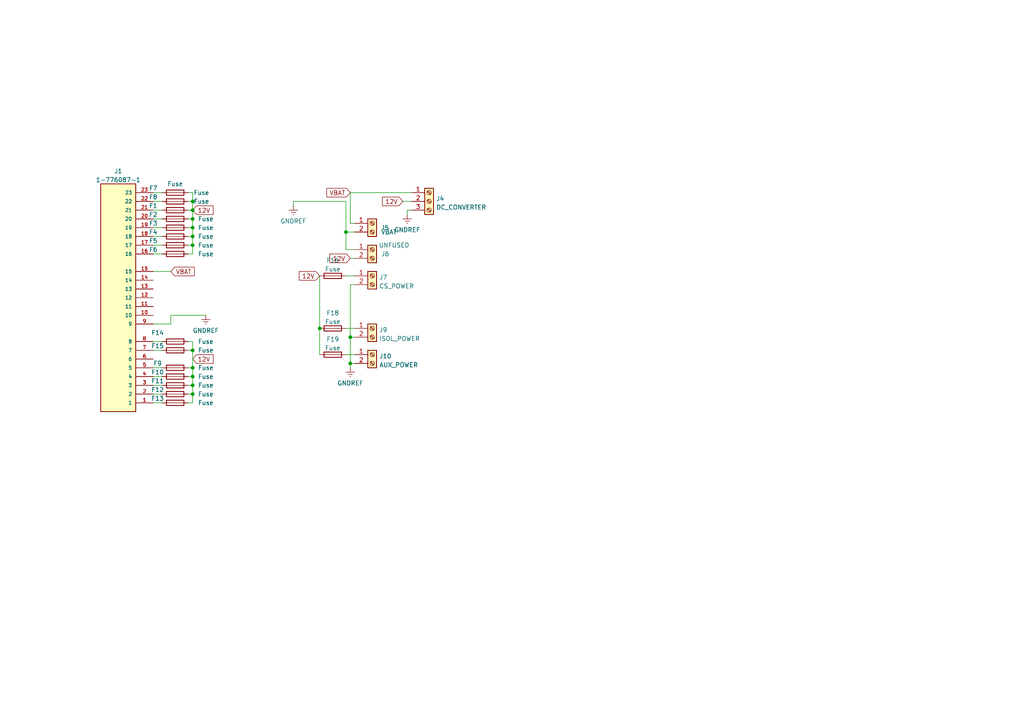
<source format=kicad_sch>
(kicad_sch (version 20211123) (generator eeschema)
  (paper "A4")
  (lib_symbols
    (symbol "1-776087-1:1-776087-1" (pin_names (offset 1.016))
      (property "Reference" "J" (at -5.08 33.7058 0))
      (property "Value" "1-776087-1" (at -5.08 -35.56 0))
      (symbol "1-776087-1_0_0"
        (rectangle (start -5.08 -33.02) (end 5.08 33.02) (stroke (width 0.254)) (fill (type background)))
        (pin passive line (at -10.16 30.48 0) (length 5.08) (name "1") (number "1"))
        (pin passive line (at -10.16 5.08 0) (length 5.08) (name "10") (number "10"))
        (pin passive line (at -10.16 2.54 0) (length 5.08) (name "11") (number "11"))
        (pin passive line (at -10.16 0 0) (length 5.08) (name "12") (number "12"))
        (pin passive line (at -10.16 -2.54 0) (length 5.08) (name "13") (number "13"))
        (pin passive line (at -10.16 -5.08 0) (length 5.08) (name "14") (number "14"))
        (pin passive line (at -10.16 -7.62 0) (length 5.08) (name "15") (number "15"))
        (pin passive line (at -10.16 -12.7 0) (length 5.08) (name "16") (number "16"))
        (pin passive line (at -10.16 -15.24 0) (length 5.08) (name "17") (number "17"))
        (pin passive line (at -10.16 -17.78 0) (length 5.08) (name "18") (number "18"))
        (pin passive line (at -10.16 -20.32 0) (length 5.08) (name "19") (number "19"))
        (pin passive line (at -10.16 27.94 0) (length 5.08) (name "2") (number "2"))
        (pin passive line (at -10.16 -22.86 0) (length 5.08) (name "20") (number "20"))
        (pin passive line (at -10.16 -25.4 0) (length 5.08) (name "21") (number "21"))
        (pin passive line (at -10.16 -27.94 0) (length 5.08) (name "22") (number "22"))
        (pin passive line (at -10.16 -30.48 0) (length 5.08) (name "23") (number "23"))
        (pin passive line (at -10.16 25.4 0) (length 5.08) (name "3") (number "3"))
        (pin passive line (at -10.16 22.86 0) (length 5.08) (name "4") (number "4"))
        (pin passive line (at -10.16 20.32 0) (length 5.08) (name "5") (number "5"))
        (pin passive line (at -10.16 17.78 0) (length 5.08) (name "6") (number "6"))
        (pin passive line (at -10.16 15.24 0) (length 5.08) (name "7") (number "7"))
        (pin passive line (at -10.16 12.7 0) (length 5.08) (name "8") (number "8"))
        (pin passive line (at -10.16 7.62 0) (length 5.08) (name "9") (number "9"))
      )
    )
    (symbol "Connector:Screw_Terminal_01x02" (pin_names (offset 1.016) hide)
      (property "Reference" "J" (at 0 2.54 0))
      (property "Value" "Screw_Terminal_01x02" (at 0 -5.08 0))
      (symbol "Screw_Terminal_01x02_1_1"
        (rectangle (start -1.27 1.27) (end 1.27 -3.81) (stroke (width 0.254)) (fill (type background)))
        (circle (center 0 -2.54) (radius 0.635) (stroke (width 0.1524)))
        (polyline (pts (xy -0.5334 -2.2098) (xy 0.3302 -3.048)) (stroke (width 0.1524)))
        (polyline (pts (xy -0.5334 0.3302) (xy 0.3302 -0.508)) (stroke (width 0.1524)))
        (polyline (pts (xy -0.3556 -2.032) (xy 0.508 -2.8702)) (stroke (width 0.1524)))
        (polyline (pts (xy -0.3556 0.508) (xy 0.508 -0.3302)) (stroke (width 0.1524)))
        (circle (center 0 0) (radius 0.635) (stroke (width 0.1524)))
        (pin passive line (at -5.08 0 0) (length 3.81) (name "Pin_1") (number "1"))
        (pin passive line (at -5.08 -2.54 0) (length 3.81) (name "Pin_2") (number "2"))
      )
    )
    (symbol "Connector:Screw_Terminal_01x03" (pin_names (offset 1.016) hide)
      (property "Reference" "J" (at 0 5.08 0))
      (property "Value" "Screw_Terminal_01x03" (at 0 -5.08 0))
      (symbol "Screw_Terminal_01x03_1_1"
        (rectangle (start -1.27 3.81) (end 1.27 -3.81) (stroke (width 0.254)) (fill (type background)))
        (circle (center 0 -2.54) (radius 0.635) (stroke (width 0.1524)))
        (polyline (pts (xy -0.5334 -2.2098) (xy 0.3302 -3.048)) (stroke (width 0.1524)))
        (polyline (pts (xy -0.5334 0.3302) (xy 0.3302 -0.508)) (stroke (width 0.1524)))
        (polyline (pts (xy -0.5334 2.8702) (xy 0.3302 2.032)) (stroke (width 0.1524)))
        (polyline (pts (xy -0.3556 -2.032) (xy 0.508 -2.8702)) (stroke (width 0.1524)))
        (polyline (pts (xy -0.3556 0.508) (xy 0.508 -0.3302)) (stroke (width 0.1524)))
        (polyline (pts (xy -0.3556 3.048) (xy 0.508 2.2098)) (stroke (width 0.1524)))
        (circle (center 0 0) (radius 0.635) (stroke (width 0.1524)))
        (circle (center 0 2.54) (radius 0.635) (stroke (width 0.1524)))
        (pin passive line (at -5.08 2.54 0) (length 3.81) (name "Pin_1") (number "1"))
        (pin passive line (at -5.08 0 0) (length 3.81) (name "Pin_2") (number "2"))
        (pin passive line (at -5.08 -2.54 0) (length 3.81) (name "Pin_3") (number "3"))
      )
    )
    (symbol "Device:Fuse" (pin_numbers hide) (pin_names (offset 0))
      (property "Reference" "F" (at 2.032 0 90))
      (property "Value" "Fuse" (at -1.905 0 90))
      (symbol "Fuse_0_1"
        (rectangle (start -0.762 -2.54) (end 0.762 2.54) (stroke (width 0.254)))
        (polyline (pts (xy 0 2.54) (xy 0 -2.54)))
      )
      (symbol "Fuse_1_1"
        (pin passive line (at 0 3.81 270) (length 1.27) (name "~") (number "1"))
        (pin passive line (at 0 -3.81 90) (length 1.27) (name "~") (number "2"))
      )
    )
    (symbol "power:GNDREF" (power) (pin_names (offset 0))
      (property "Value" "GNDREF" (at 0 -3.81 0))
      (symbol "GNDREF_0_1"
        (polyline (pts (xy -0.635 -1.905) (xy 0.635 -1.905)))
        (polyline (pts (xy -0.127 -2.54) (xy 0.127 -2.54)))
        (polyline (pts (xy 0 -1.27) (xy 0 0)))
        (polyline (pts (xy 1.27 -1.27) (xy -1.27 -1.27)))
      )
      (symbol "GNDREF_1_1"
        (pin power_in line (at 0 0 270) (length 0) hide (name "GNDREF") (number "1"))
      )
    )
  )
  (junction (at 55.88 58.42))
  (junction (at 55.88 66.04))
  (junction (at 101.6 97.79))
  (junction (at 55.88 63.5))
  (junction (at 55.88 106.68))
  (junction (at 55.88 111.76))
  (junction (at 55.88 109.22))
  (junction (at 55.88 68.58))
  (junction (at 55.88 101.6))
  (junction (at 100.33 67.31))
  (junction (at 55.88 114.3))
  (junction (at 101.6 105.41))
  (junction (at 92.71 95.25))
  (junction (at 55.88 60.96))
  (junction (at 55.88 71.12))
  (wire (pts (xy 54.61 66.04) (xy 55.88 66.04)))
  (wire (pts (xy 101.6 82.55) (xy 102.87 82.55)))
  (wire (pts (xy 44.45 78.74) (xy 49.53 78.74)))
  (wire (pts (xy 55.88 63.5) (xy 55.88 60.96)))
  (wire (pts (xy 101.6 82.55) (xy 101.6 97.79)))
  (wire (pts (xy 55.88 71.12) (xy 55.88 68.58)))
  (wire (pts (xy 54.61 73.66) (xy 55.88 73.66)))
  (wire (pts (xy 55.88 55.88) (xy 54.61 55.88)))
  (wire (pts (xy 100.33 67.31) (xy 100.33 72.39)))
  (wire (pts (xy 44.45 55.88) (xy 46.99 55.88)))
  (wire (pts (xy 44.45 114.3) (xy 46.99 114.3)))
  (wire (pts (xy 116.84 58.42) (xy 119.38 58.42)))
  (wire (pts (xy 44.45 116.84) (xy 46.99 116.84)))
  (wire (pts (xy 54.61 116.84) (xy 55.88 116.84)))
  (wire (pts (xy 101.6 97.79) (xy 102.87 97.79)))
  (wire (pts (xy 54.61 71.12) (xy 55.88 71.12)))
  (wire (pts (xy 101.6 55.88) (xy 101.6 64.77)))
  (wire (pts (xy 49.53 93.98) (xy 44.45 93.98)))
  (wire (pts (xy 55.88 101.6) (xy 55.88 99.06)))
  (wire (pts (xy 44.45 99.06) (xy 46.99 99.06)))
  (wire (pts (xy 44.45 109.22) (xy 46.99 109.22)))
  (wire (pts (xy 55.88 101.6) (xy 55.88 106.68)))
  (wire (pts (xy 102.87 64.77) (xy 101.6 64.77)))
  (wire (pts (xy 44.45 58.42) (xy 46.99 58.42)))
  (wire (pts (xy 85.09 58.42) (xy 85.09 59.69)))
  (wire (pts (xy 92.71 80.01) (xy 92.71 95.25)))
  (wire (pts (xy 55.88 114.3) (xy 54.61 114.3)))
  (wire (pts (xy 54.61 63.5) (xy 55.88 63.5)))
  (wire (pts (xy 54.61 101.6) (xy 55.88 101.6)))
  (wire (pts (xy 55.88 111.76) (xy 55.88 109.22)))
  (wire (pts (xy 118.11 62.23) (xy 118.11 60.96)))
  (wire (pts (xy 44.45 71.12) (xy 46.99 71.12)))
  (wire (pts (xy 92.71 95.25) (xy 92.71 102.87)))
  (wire (pts (xy 100.33 102.87) (xy 102.87 102.87)))
  (wire (pts (xy 55.88 106.68) (xy 54.61 106.68)))
  (wire (pts (xy 100.33 95.25) (xy 102.87 95.25)))
  (wire (pts (xy 55.88 73.66) (xy 55.88 71.12)))
  (wire (pts (xy 55.88 58.42) (xy 54.61 58.42)))
  (wire (pts (xy 118.11 60.96) (xy 119.38 60.96)))
  (wire (pts (xy 54.61 99.06) (xy 55.88 99.06)))
  (wire (pts (xy 101.6 105.41) (xy 102.87 105.41)))
  (wire (pts (xy 101.6 74.93) (xy 102.87 74.93)))
  (wire (pts (xy 44.45 63.5) (xy 46.99 63.5)))
  (wire (pts (xy 55.88 114.3) (xy 55.88 111.76)))
  (wire (pts (xy 55.88 109.22) (xy 54.61 109.22)))
  (wire (pts (xy 100.33 67.31) (xy 102.87 67.31)))
  (wire (pts (xy 55.88 68.58) (xy 55.88 66.04)))
  (wire (pts (xy 85.09 58.42) (xy 100.33 58.42)))
  (wire (pts (xy 55.88 109.22) (xy 55.88 106.68)))
  (wire (pts (xy 44.45 66.04) (xy 46.99 66.04)))
  (wire (pts (xy 59.69 91.44) (xy 49.53 91.44)))
  (wire (pts (xy 44.45 106.68) (xy 46.99 106.68)))
  (wire (pts (xy 55.88 60.96) (xy 55.88 58.42)))
  (wire (pts (xy 101.6 105.41) (xy 101.6 106.68)))
  (wire (pts (xy 44.45 101.6) (xy 46.99 101.6)))
  (wire (pts (xy 44.45 60.96) (xy 46.99 60.96)))
  (wire (pts (xy 101.6 55.88) (xy 119.38 55.88)))
  (wire (pts (xy 54.61 68.58) (xy 55.88 68.58)))
  (wire (pts (xy 49.53 91.44) (xy 49.53 93.98)))
  (wire (pts (xy 100.33 58.42) (xy 100.33 67.31)))
  (wire (pts (xy 55.88 111.76) (xy 54.61 111.76)))
  (wire (pts (xy 55.88 66.04) (xy 55.88 63.5)))
  (wire (pts (xy 55.88 60.96) (xy 54.61 60.96)))
  (wire (pts (xy 100.33 80.01) (xy 102.87 80.01)))
  (wire (pts (xy 100.33 72.39) (xy 102.87 72.39)))
  (wire (pts (xy 44.45 73.66) (xy 46.99 73.66)))
  (wire (pts (xy 55.88 116.84) (xy 55.88 114.3)))
  (wire (pts (xy 101.6 97.79) (xy 101.6 105.41)))
  (wire (pts (xy 44.45 111.76) (xy 46.99 111.76)))
  (wire (pts (xy 55.88 58.42) (xy 55.88 55.88)))
  (wire (pts (xy 44.45 68.58) (xy 46.99 68.58)))
  (global_label "12V" (shape input) (at 92.71 80.01 180) (property "Referências entre as folhas" "${INTERSHEET_REFS}" (effects hide)))
  (global_label "VBAT" (shape input) (at 49.53 78.74 0) (property "Referências entre as folhas" "${INTERSHEET_REFS}" (effects hide)))
  (global_label "12V" (shape input) (at 101.6 74.93 180) (property "Referências entre as folhas" "${INTERSHEET_REFS}" (effects hide)))
  (global_label "12V" (shape input) (at 55.88 60.96 0) (property "Referências entre as folhas" "${INTERSHEET_REFS}" (effects hide)))
  (global_label "12V" (shape input) (at 55.88 104.14 0) (property "Referências entre as folhas" "${INTERSHEET_REFS}" (effects hide)))
  (global_label "VBAT" (shape input) (at 101.6 55.88 180) (property "Referências entre as folhas" "${INTERSHEET_REFS}" (effects hide)))
  (global_label "12V" (shape input) (at 116.84 58.42 180) (property "Referências entre as folhas" "${INTERSHEET_REFS}" (effects hide)))
  (symbol (lib_id "Device:Fuse") (at 50.8 60.96 90) (unit 1)
    (property "Reference" "F1" (at 44.45 59.69 90))
    (property "Value" "Fuse" (at 50.8 53.34 90))
    (property "Footprint" "Fuse:Fuseholder_Cylinder-5x20mm_Schurter_0031_8201_Horizontal_Open" (effects hide))
  )
  (symbol (lib_id "Device:Fuse") (at 50.8 106.68 90) (unit 1)
    (property "Reference" "F9" (at 45.72 105.41 90))
    (property "Value" "Fuse" (at 59.69 106.68 90))
    (property "Footprint" "Fuse:Fuseholder_Cylinder-5x20mm_Schurter_0031_8201_Horizontal_Open" (effects hide))
  )
  (symbol (lib_id "Device:Fuse") (at 96.52 102.87 90) (unit 1)
    (property "Reference" "F19" (at 96.52 98.4082 90))
    (property "Value" "Fuse" (at 96.52 100.9451 90))
    (property "Footprint" "Fuse:Fuseholder_Cylinder-5x20mm_Schurter_0031_8201_Horizontal_Open" (effects hide))
  )
  (symbol (lib_id "power:GNDREF") (at 118.11 62.23 0) (unit 1)
    (property "Reference" "#PWR0103" (effects hide))
    (property "Value" "GNDREF" (at 118.11 66.6734 0))
  )
  (symbol (lib_id "Device:Fuse") (at 50.8 73.66 90) (unit 1)
    (property "Reference" "F6" (at 44.45 72.39 90))
    (property "Value" "Fuse" (at 59.69 73.66 90))
    (property "Footprint" "Fuse:Fuseholder_Cylinder-5x20mm_Schurter_0031_8201_Horizontal_Open" (effects hide))
  )
  (symbol (lib_id "Device:Fuse") (at 50.8 99.06 90) (unit 1)
    (property "Reference" "F14" (at 45.72 96.52 90))
    (property "Value" "Fuse" (at 59.69 99.06 90))
    (property "Footprint" "Fuse:Fuseholder_Cylinder-5x20mm_Schurter_0031_8201_Horizontal_Open" (effects hide))
  )
  (symbol (lib_id "power:GNDREF") (at 101.6 106.68 0) (unit 1)
    (property "Reference" "#PWR0101" (effects hide))
    (property "Value" "GNDREF" (at 101.6 111.1234 0))
  )
  (symbol (lib_id "Device:Fuse") (at 50.8 114.3 90) (unit 1)
    (property "Reference" "F12" (at 45.72 113.03 90))
    (property "Value" "Fuse" (at 59.69 114.3 90))
    (property "Footprint" "Fuse:Fuseholder_Cylinder-5x20mm_Schurter_0031_8201_Horizontal_Open" (effects hide))
  )
  (symbol (lib_id "Connector:Screw_Terminal_01x03") (at 124.46 58.42 0) (unit 1)
    (property "Reference" "J4" (at 126.492 57.5853 0) (effects (justify left)))
    (property "Value" "DC_CONVERTER" (at 126.492 60.1222 0) (effects (justify left)))
    (property "Footprint" "TerminalBlock:TerminalBlock_bornier-3_P5.08mm" (effects hide))
  )
  (symbol (lib_id "Device:Fuse") (at 50.8 58.42 90) (unit 1)
    (property "Reference" "F8" (at 44.45 57.15 90))
    (property "Value" "Fuse" (at 58.42 58.42 90))
    (property "Footprint" "Fuse:Fuseholder_Cylinder-5x20mm_Schurter_0031_8201_Horizontal_Open" (effects hide))
  )
  (symbol (lib_id "Device:Fuse") (at 50.8 66.04 90) (unit 1)
    (property "Reference" "F3" (at 44.45 64.77 90))
    (property "Value" "Fuse" (at 59.69 66.04 90))
    (property "Footprint" "Fuse:Fuseholder_Cylinder-5x20mm_Schurter_0031_8201_Horizontal_Open" (effects hide))
  )
  (symbol (lib_id "Device:Fuse") (at 96.52 80.01 90) (unit 1)
    (property "Reference" "F16" (at 96.52 75.5482 90))
    (property "Value" "Fuse" (at 96.52 78.0851 90))
    (property "Footprint" "Fuse:Fuseholder_Cylinder-5x20mm_Schurter_0031_8201_Horizontal_Open" (effects hide))
  )
  (symbol (lib_id "Device:Fuse") (at 50.8 71.12 90) (unit 1)
    (property "Reference" "F5" (at 44.45 69.85 90))
    (property "Value" "Fuse" (at 59.69 71.12 90))
    (property "Footprint" "Fuse:Fuseholder_Cylinder-5x20mm_Schurter_0031_8201_Horizontal_Open" (effects hide))
  )
  (symbol (lib_id "Device:Fuse") (at 50.8 68.58 90) (unit 1)
    (property "Reference" "F4" (at 44.45 67.31 90))
    (property "Value" "Fuse" (at 59.69 68.58 90))
    (property "Footprint" "Fuse:Fuseholder_Cylinder-5x20mm_Schurter_0031_8201_Horizontal_Open" (effects hide))
  )
  (symbol (lib_id "Connector:Screw_Terminal_01x02") (at 107.95 95.25 0) (unit 1)
    (property "Reference" "J9" (at 109.982 95.6853 0) (effects (justify left)))
    (property "Value" "ISOL_POWER" (at 109.982 98.2222 0) (effects (justify left)))
    (property "Footprint" "TerminalBlock:TerminalBlock_bornier-2_P5.08mm" (effects hide))
  )
  (symbol (lib_id "Device:Fuse") (at 50.8 63.5 90) (unit 1)
    (property "Reference" "F2" (at 44.45 62.23 90))
    (property "Value" "Fuse" (at 59.69 63.5 90))
    (property "Footprint" "Fuse:Fuseholder_Cylinder-5x20mm_Schurter_0031_8201_Horizontal_Open" (effects hide))
  )
  (symbol (lib_id "Device:Fuse") (at 50.8 109.22 90) (unit 1)
    (property "Reference" "F10" (at 45.72 107.95 90))
    (property "Value" "Fuse" (at 59.69 109.22 90))
    (property "Footprint" "Fuse:Fuseholder_Cylinder-5x20mm_Schurter_0031_8201_Horizontal_Open" (effects hide))
  )
  (symbol (lib_id "Device:Fuse") (at 50.8 55.88 90) (unit 1)
    (property "Reference" "F7" (at 44.45 54.61 90))
    (property "Value" "Fuse" (at 58.42 55.88 90))
    (property "Footprint" "Fuse:Fuseholder_Cylinder-5x20mm_Schurter_0031_8201_Horizontal_Open" (effects hide))
  )
  (symbol (lib_id "Device:Fuse") (at 96.52 95.25 90) (unit 1)
    (property "Reference" "F18" (at 96.52 90.7882 90))
    (property "Value" "Fuse" (at 96.52 93.3251 90))
    (property "Footprint" "Fuse:Fuseholder_Cylinder-5x20mm_Schurter_0031_8201_Horizontal_Open" (effects hide))
  )
  (symbol (lib_id "Connector:Screw_Terminal_01x02") (at 107.95 72.39 0) (unit 1)
    (property "Reference" "J6" (at 111.76 73.66 0))
    (property "Value" "UNFUSED" (at 114.3 71.12 0))
    (property "Footprint" "TerminalBlock:TerminalBlock_bornier-2_P5.08mm" (effects hide))
  )
  (symbol (lib_id "Device:Fuse") (at 50.8 116.84 90) (unit 1)
    (property "Reference" "F13" (at 45.72 115.57 90))
    (property "Value" "Fuse" (at 59.69 116.84 90))
    (property "Footprint" "Fuse:Fuseholder_Cylinder-5x20mm_Schurter_0031_8201_Horizontal_Open" (effects hide))
  )
  (symbol (lib_id "Device:Fuse") (at 50.8 101.6 90) (unit 1)
    (property "Reference" "F15" (at 45.72 100.33 90))
    (property "Value" "Fuse" (at 59.69 101.6 90))
    (property "Footprint" "Fuse:Fuseholder_Cylinder-5x20mm_Schurter_0031_8201_Horizontal_Open" (effects hide))
  )
  (symbol (lib_id "Connector:Screw_Terminal_01x02") (at 107.95 64.77 0) (unit 1)
    (property "Reference" "J5" (at 110.49 66.04 0) (effects (justify left)))
    (property "Value" "VBAT" (at 110.49 67.31 0) (effects (justify left)))
    (property "Footprint" "TerminalBlock:TerminalBlock_bornier-2_P5.08mm" (effects hide))
  )
  (symbol (lib_id "power:GNDREF") (at 85.09 59.69 0) (unit 1)
    (property "Reference" "#PWR0102" (effects hide))
    (property "Value" "GNDREF" (at 85.09 64.1334 0))
  )
  (symbol (lib_id "power:GNDREF") (at 59.69 91.44 0) (unit 1)
    (property "Reference" "#PWR?" (effects hide))
    (property "Value" "GNDREF" (at 59.69 95.8834 0))
  )
  (symbol (lib_id "Connector:Screw_Terminal_01x02") (at 107.95 102.87 0) (unit 1)
    (property "Reference" "J10" (at 109.982 103.3053 0) (effects (justify left)))
    (property "Value" "AUX_POWER" (at 109.982 105.8422 0) (effects (justify left)))
    (property "Footprint" "TerminalBlock:TerminalBlock_bornier-2_P5.08mm" (effects hide))
  )
  (symbol (lib_id "Device:Fuse") (at 50.8 111.76 90) (unit 1)
    (property "Reference" "F11" (at 45.72 110.49 90))
    (property "Value" "Fuse" (at 59.69 111.76 90))
    (property "Footprint" "Fuse:Fuseholder_Cylinder-5x20mm_Schurter_0031_8201_Horizontal_Open" (effects hide))
  )
  (symbol (lib_id "Connector:Screw_Terminal_01x02") (at 107.95 80.01 0) (unit 1)
    (property "Reference" "J7" (at 109.982 80.4453 0) (effects (justify left)))
    (property "Value" "CS_POWER" (at 109.982 82.9822 0) (effects (justify left)))
    (property "Footprint" "TerminalBlock:TerminalBlock_bornier-2_P5.08mm" (effects hide))
  )
  (symbol (lib_id "1-776087-1:1-776087-1") (at 34.29 86.36 180) (unit 1)
    (property "Reference" "J1" (at 34.29 49.6402 0))
    (property "Value" "1-776087-1" (at 34.29 52.1771 0))
    (property "Footprint" "Ampseal 23:TE_1-776087-1" (effects hide))
    (property "EU_RoHS_Compliance" "Compliant" (effects hide))
    (property "Comment" "1-776087-1" (effects hide))
  )
)
</source>
